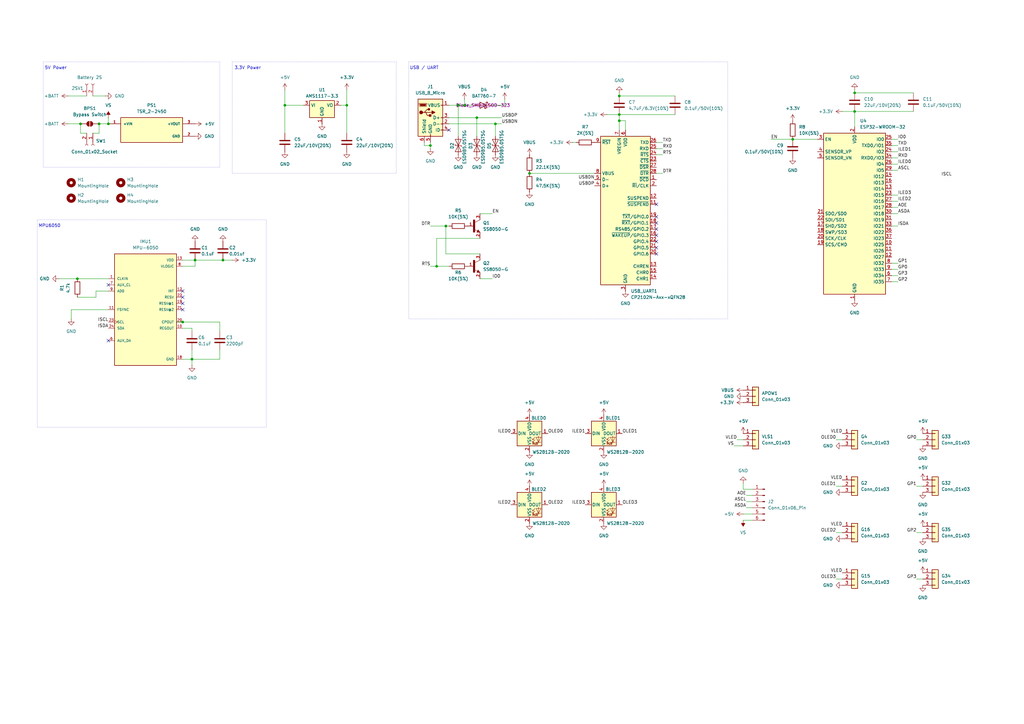
<source format=kicad_sch>
(kicad_sch (version 20231120) (generator "eeschema") (generator_version "8.0")
  (paper "A3")
  (junction (at 217.17 71.12))
  (junction (at 195.58 48.26))
  (junction (at 182.88 92.71))
  (junction (at 203.2 50.8))
  (junction (at 33.02 50.8))
  (junction (at 91.44 106.68))
  (junction (at 31.75 114.3))
  (junction (at 254 46.99))
  (junction (at 74.93 132.08))
  (junction (at 350.52 38.1))
  (junction (at 179.07 109.22))
  (junction (at 80.01 106.68))
  (junction (at 350.52 45.72))
  (junction (at 116.84 43.18))
  (junction (at 190.5 43.18))
  (junction (at 44.45 50.8))
  (junction (at 78.74 147.32))
  (junction (at 176.53 59.69))
  (junction (at 254 39.37))
  (junction (at 40.64 50.8))
  (junction (at 142.24 43.18))
  (junction (at 254 49.53))
  (junction (at 325.12 57.15))
  (junction (at 187.96 43.18))
  (no_connect (at 74.93 124.46))
  (no_connect (at 269.24 101.6))
  (no_connect (at 269.24 99.06))
  (no_connect (at 269.24 93.98))
  (no_connect (at 74.93 121.92))
  (no_connect (at 269.24 96.52))
  (no_connect (at 74.93 119.38))
  (no_connect (at 44.45 116.84))
  (no_connect (at 269.24 88.9))
  (no_connect (at 74.93 127))
  (no_connect (at 269.24 91.44))
  (no_connect (at 44.45 139.7))
  (no_connect (at 269.24 83.82))
  (no_connect (at 269.24 104.14))
  (no_connect (at 184.15 53.34))
  (wire (pts (xy 78.74 143.51) (xy 78.74 147.32)))
  (wire (pts (xy 306.07 208.28) (xy 308.61 208.28)))
  (wire (pts (xy 74.93 147.32) (xy 78.74 147.32)))
  (wire (pts (xy 24.13 114.3) (xy 31.75 114.3)))
  (wire (pts (xy 182.88 92.71) (xy 184.15 92.71)))
  (wire (pts (xy 116.84 54.61) (xy 116.84 43.18)))
  (wire (pts (xy 325.12 57.15) (xy 335.28 57.15)))
  (wire (pts (xy 365.76 85.09) (xy 368.3 85.09)))
  (wire (pts (xy 78.74 147.32) (xy 78.74 149.86)))
  (wire (pts (xy 74.93 134.62) (xy 78.74 134.62)))
  (wire (pts (xy 173.99 59.69) (xy 176.53 59.69)))
  (wire (pts (xy 365.76 92.71) (xy 368.3 92.71)))
  (wire (pts (xy 203.2 50.8) (xy 205.74 50.8)))
  (wire (pts (xy 74.93 132.08) (xy 90.17 132.08)))
  (wire (pts (xy 203.2 50.8) (xy 203.2 55.88)))
  (wire (pts (xy 350.52 38.1) (xy 374.65 38.1)))
  (wire (pts (xy 375.92 218.44) (xy 378.46 218.44)))
  (wire (pts (xy 269.24 60.96) (xy 271.78 60.96)))
  (wire (pts (xy 38.1 54.61) (xy 40.64 54.61)))
  (wire (pts (xy 365.76 80.01) (xy 368.3 80.01)))
  (wire (pts (xy 271.78 71.12) (xy 269.24 71.12)))
  (wire (pts (xy 74.93 109.22) (xy 80.01 109.22)))
  (wire (pts (xy 196.85 114.3) (xy 201.93 114.3)))
  (wire (pts (xy 33.02 50.8) (xy 33.02 54.61)))
  (wire (pts (xy 304.8 210.82) (xy 308.61 210.82)))
  (wire (pts (xy 190.5 40.64) (xy 190.5 43.18)))
  (wire (pts (xy 74.93 106.68) (xy 80.01 106.68)))
  (wire (pts (xy 342.9 218.44) (xy 345.44 218.44)))
  (wire (pts (xy 300.99 182.88) (xy 304.8 182.88)))
  (wire (pts (xy 368.3 57.15) (xy 365.76 57.15)))
  (wire (pts (xy 234.95 58.42) (xy 236.22 58.42)))
  (wire (pts (xy 39.37 121.92) (xy 31.75 121.92)))
  (wire (pts (xy 182.88 104.14) (xy 182.88 92.71)))
  (wire (pts (xy 254 38.1) (xy 254 39.37)))
  (wire (pts (xy 256.54 49.53) (xy 256.54 53.34)))
  (wire (pts (xy 90.17 143.51) (xy 90.17 147.32)))
  (wire (pts (xy 142.24 54.61) (xy 142.24 43.18)))
  (wire (pts (xy 365.76 62.23) (xy 368.3 62.23)))
  (wire (pts (xy 365.76 115.57) (xy 368.3 115.57)))
  (wire (pts (xy 179.07 109.22) (xy 184.15 109.22)))
  (wire (pts (xy 91.44 106.68) (xy 95.25 106.68)))
  (wire (pts (xy 342.9 199.39) (xy 345.44 199.39)))
  (wire (pts (xy 342.9 237.49) (xy 345.44 237.49)))
  (wire (pts (xy 316.23 57.15) (xy 325.12 57.15)))
  (wire (pts (xy 44.45 48.26) (xy 44.45 50.8)))
  (wire (pts (xy 44.45 127) (xy 29.21 127)))
  (wire (pts (xy 72.39 132.08) (xy 74.93 132.08)))
  (wire (pts (xy 40.64 50.8) (xy 44.45 50.8)))
  (wire (pts (xy 142.24 43.18) (xy 142.24 36.83)))
  (wire (pts (xy 116.84 43.18) (xy 124.46 43.18)))
  (wire (pts (xy 207.01 43.18) (xy 207.01 40.64)))
  (wire (pts (xy 342.9 180.34) (xy 345.44 180.34)))
  (wire (pts (xy 196.85 97.79) (xy 179.07 97.79)))
  (wire (pts (xy 33.02 54.61) (xy 35.56 54.61)))
  (wire (pts (xy 39.37 119.38) (xy 39.37 121.92)))
  (wire (pts (xy 254 39.37) (xy 276.86 39.37)))
  (wire (pts (xy 375.92 199.39) (xy 378.46 199.39)))
  (wire (pts (xy 116.84 36.83) (xy 116.84 43.18)))
  (wire (pts (xy 254 46.99) (xy 276.86 46.99)))
  (wire (pts (xy 365.76 69.85) (xy 368.3 69.85)))
  (wire (pts (xy 80.01 106.68) (xy 91.44 106.68)))
  (wire (pts (xy 184.15 50.8) (xy 203.2 50.8)))
  (wire (pts (xy 365.76 107.95) (xy 368.3 107.95)))
  (wire (pts (xy 39.37 119.38) (xy 44.45 119.38)))
  (wire (pts (xy 365.76 82.55) (xy 368.3 82.55)))
  (wire (pts (xy 176.53 92.71) (xy 182.88 92.71)))
  (wire (pts (xy 365.76 59.69) (xy 368.3 59.69)))
  (wire (pts (xy 254 49.53) (xy 256.54 49.53)))
  (wire (pts (xy 269.24 58.42) (xy 271.78 58.42)))
  (wire (pts (xy 304.8 198.12) (xy 304.8 200.66)))
  (wire (pts (xy 302.26 180.34) (xy 304.8 180.34)))
  (wire (pts (xy 350.52 45.72) (xy 374.65 45.72)))
  (wire (pts (xy 269.24 63.5) (xy 271.78 63.5)))
  (wire (pts (xy 365.76 64.77) (xy 368.3 64.77)))
  (wire (pts (xy 254 46.99) (xy 254 49.53)))
  (wire (pts (xy 350.52 36.83) (xy 350.52 38.1)))
  (wire (pts (xy 187.96 43.18) (xy 187.96 55.88)))
  (wire (pts (xy 195.58 48.26) (xy 205.74 48.26)))
  (wire (pts (xy 375.92 237.49) (xy 378.46 237.49)))
  (wire (pts (xy 365.76 67.31) (xy 368.3 67.31)))
  (wire (pts (xy 195.58 48.26) (xy 195.58 55.88)))
  (wire (pts (xy 184.15 43.18) (xy 187.96 43.18)))
  (wire (pts (xy 90.17 132.08) (xy 90.17 135.89)))
  (wire (pts (xy 179.07 97.79) (xy 179.07 109.22)))
  (wire (pts (xy 248.92 46.99) (xy 254 46.99)))
  (wire (pts (xy 201.93 43.18) (xy 207.01 43.18)))
  (wire (pts (xy 254 49.53) (xy 254 53.34)))
  (wire (pts (xy 80.01 106.68) (xy 80.01 109.22)))
  (wire (pts (xy 304.8 200.66) (xy 308.61 200.66)))
  (wire (pts (xy 176.53 59.69) (xy 176.53 60.96)))
  (wire (pts (xy 29.21 127) (xy 29.21 130.81)))
  (wire (pts (xy 40.64 54.61) (xy 40.64 50.8)))
  (wire (pts (xy 27.94 39.37) (xy 35.56 39.37)))
  (wire (pts (xy 365.76 110.49) (xy 368.3 110.49)))
  (wire (pts (xy 187.96 43.18) (xy 190.5 43.18)))
  (wire (pts (xy 31.75 114.3) (xy 44.45 114.3)))
  (wire (pts (xy 78.74 147.32) (xy 90.17 147.32)))
  (wire (pts (xy 306.07 205.74) (xy 308.61 205.74)))
  (wire (pts (xy 365.76 113.03) (xy 368.3 113.03)))
  (wire (pts (xy 345.44 45.72) (xy 350.52 45.72)))
  (wire (pts (xy 184.15 48.26) (xy 195.58 48.26)))
  (wire (pts (xy 179.07 109.22) (xy 176.53 109.22)))
  (wire (pts (xy 306.07 203.2) (xy 308.61 203.2)))
  (wire (pts (xy 176.53 58.42) (xy 176.53 59.69)))
  (wire (pts (xy 217.17 71.12) (xy 243.84 71.12)))
  (wire (pts (xy 196.85 87.63) (xy 201.93 87.63)))
  (wire (pts (xy 139.7 43.18) (xy 142.24 43.18)))
  (wire (pts (xy 350.52 45.72) (xy 350.52 52.07)))
  (wire (pts (xy 365.76 87.63) (xy 368.3 87.63)))
  (wire (pts (xy 190.5 43.18) (xy 194.31 43.18)))
  (wire (pts (xy 304.8 213.36) (xy 308.61 213.36)))
  (wire (pts (xy 78.74 134.62) (xy 78.74 135.89)))
  (wire (pts (xy 375.92 180.34) (xy 378.46 180.34)))
  (wire (pts (xy 196.85 104.14) (xy 182.88 104.14)))
  (wire (pts (xy 38.1 39.37) (xy 43.18 39.37)))
  (wire (pts (xy 27.94 50.8) (xy 33.02 50.8)))
  (wire (pts (xy 173.99 58.42) (xy 173.99 59.69)))
  (rectangle (start 167.64 25.4) (end 298.45 130.81) (stroke (width 0) (type dot)))
  (rectangle (start 17.78 25.4) (end 90.17 68.58) (stroke (width 0) (type dot)))
  (rectangle (start 95.25 25.4) (end 162.56 71.12) (stroke (width 0) (type dot)))
  (rectangle (start 15.24 90.17) (end 109.22 175.26) (stroke (width 0) (type dot)))
  (text "USB / UART\n" (at 173.99 27.94 0) (effects (font (size 1.27 1.27))))
  (text "5V Power\n" (at 22.86 27.94 0) (effects (font (size 1.27 1.27))))
  (text "MPU6050\n" (at 20.32 92.71 0) (effects (font (size 1.27 1.27))))
  (text "3.3V Power" (at 101.6 27.94 0) (effects (font (size 1.27 1.27))))
  (label "VLED" (at 345.44 177.8 180))
  (label "EN" (at 316.23 57.15 0))
  (label "USBDN" (at 243.84 73.66 180))
  (label "OLED0" (at 224.79 177.8 0))
  (label "GP3" (at 368.3 113.03 0))
  (label "IO0" (at 368.3 57.15 0))
  (label "GP0" (at 375.92 180.34 180))
  (label "GP2" (at 368.3 115.57 0))
  (label "GP0" (at 368.3 110.49 0))
  (label "ILED2" (at 209.55 207.01 180))
  (label "ISCL" (at 44.45 132.08 180))
  (label "OLED3" (at 342.9 237.49 180))
  (label "AOE" (at 368.3 85.09 0))
  (label "VLED" (at 345.44 234.95 180))
  (label "USBDP" (at 243.84 76.2 180))
  (label "RTS" (at 176.53 109.22 180))
  (label "OLED2" (at 224.79 207.01 0))
  (label "VLED" (at 302.26 180.34 180))
  (label "AOE" (at 306.07 203.2 180))
  (label "EN" (at 201.93 87.63 0))
  (label "ILED3" (at 368.3 80.01 0))
  (label "TXD" (at 368.3 59.69 0))
  (label "ILED1" (at 368.3 62.23 0))
  (label "GP3" (at 375.92 237.49 180))
  (label "ISDA" (at 368.3 92.71 0))
  (label "DTR" (at 271.78 71.12 0))
  (label "ASDA" (at 368.3 87.63 0))
  (label "USBDP" (at 205.74 48.26 0))
  (label "ILED3" (at 240.03 207.01 180))
  (label "RXD" (at 271.78 60.96 0))
  (label "ASCL" (at 306.07 205.74 180))
  (label "VS" (at 300.99 182.88 180))
  (label "RTS" (at 271.78 63.5 0))
  (label "USBDN" (at 205.74 50.8 0))
  (label "GP2" (at 375.92 218.44 180))
  (label "OLED0" (at 342.9 180.34 180))
  (label "ILED0" (at 209.55 177.8 180))
  (label "OLED1" (at 255.27 177.8 0))
  (label "ISCL" (at 386.08 72.39 0))
  (label "ILED1" (at 240.03 177.8 180))
  (label "ISDA" (at 44.45 134.62 180))
  (label "ASCL" (at 368.3 69.85 0))
  (label "GP1" (at 375.92 199.39 180))
  (label "VLED" (at 345.44 215.9 180))
  (label "IO0" (at 201.93 114.3 0))
  (label "TXD" (at 271.78 58.42 0))
  (label "GP1" (at 368.3 107.95 0))
  (label "ILED0" (at 368.3 67.31 0))
  (label "RXD" (at 368.3 64.77 0))
  (label "DTR" (at 176.53 92.71 180))
  (label "OLED1" (at 342.9 199.39 180))
  (label "OLED2" (at 342.9 218.44 180))
  (label "VLED" (at 345.44 196.85 180))
  (label "ILED2" (at 368.3 82.55 0))
  (label "OLED3" (at 255.27 207.01 0))
  (label "ASDA" (at 306.07 208.28 180))
  (symbol (lib_id "power:GND") (at 43.18 39.37 90) (unit 1)
    (property "Reference" "#PWR061" (effects (hide yes)))
    (property "Value" "GND" (at 46.99 39.3699 90) (effects (justify right)))
    (property "Description" "Power symbol creates a global label with name \"GND\" , ground" (effects (hide yes)))
  )
  (symbol (lib_id "power:GND") (at 176.53 60.96 0) (unit 1)
    (property "Reference" "#PWR018" (effects (hide yes)))
    (property "Value" "GND" (at 176.53 66.04 0))
    (property "Description" "Power symbol creates a global label with name \"GND\" , ground" (effects (hide yes)))
  )
  (symbol (lib_id "Connector:Conn_01x02_Socket") (at 35.56 34.29 90) (unit 1)
    (property "Reference" "2SV1" (at 34.29 36.1951 90) (effects (justify left)))
    (property "Value" "Battery 2S" (at 41.91 31.75 90) (effects (justify left)))
    (property "Footprint" "Connector_PinHeader_2.54mm:PinHeader_1x02_P2.54mm_Vertical" (effects (hide yes)))
    (property "Description" "Generic connector, single row, 01x02, script generated" (effects (hide yes)))
  )
  (symbol (lib_id "Connector_Generic:Conn_01x03") (at 350.52 180.34 0) (unit 1)
    (property "Reference" "G4" (at 353.06 179.0699 0) (effects (justify left)))
    (property "Value" "Conn_01x03" (at 353.06 181.6099 0) (effects (justify left)))
    (property "Footprint" "Plato_B1:Centred_Pin1x3_2.54mm" (effects (hide yes)))
    (property "Description" "Generic connector, single row, 01x03, script generated (kicad-library-utils/schlib/autogen/connector/)" (effects (hide yes)))
  )
  (symbol (lib_id "power:GND") (at 132.08 50.8 0) (unit 1)
    (property "Reference" "#PWR013" (effects (hide yes)))
    (property "Value" "GND" (at 132.08 55.88 0))
    (property "Description" "Power symbol creates a global label with name \"GND\" , ground" (effects (hide yes)))
  )
  (symbol (lib_id "power:GND") (at 217.17 78.74 0) (unit 1)
    (property "Reference" "#PWR022" (effects (hide yes)))
    (property "Value" "GND" (at 217.17 83.82 0))
    (property "Description" "Power symbol creates a global label with name \"GND\" , ground" (effects (hide yes)))
  )
  (symbol (lib_id "power:+3.3V") (at 248.92 46.99 90) (unit 1)
    (property "Reference" "#PWR025" (effects (hide yes)))
    (property "Value" "+3.3V" (at 245.11 46.9899 90) (effects (justify left)))
    (property "Description" "Power symbol creates a global label with name \"+3.3V\"" (effects (hide yes)))
  )
  (symbol (lib_id "Device:C") (at 374.65 41.91 0) (unit 1)
    (property "Reference" "C11" (at 378.46 40.6399 0) (effects (justify left)))
    (property "Value" "0.1uF/50V(10%)" (at 378.46 43.1799 0) (effects (justify left)))
    (property "Footprint" "Capacitor_SMD:C_0603_1608Metric" (effects (hide yes)))
    (property "Description" "Unpolarized capacitor" (effects (hide yes)))
  )
  (symbol (lib_id "Diode:ESD9B5.0ST5G") (at 187.96 59.69 90) (unit 1)
    (property "Reference" "D2" (at 185.42 58.42 0) (effects (justify right)))
    (property "Value" "ESD9B5.0ST5G" (at 190.5 53.34 0) (effects (justify right)))
    (property "Footprint" "Diode_SMD:D_SOD-323" (effects (hide yes)))
    (property "Datasheet" "https://www.onsemi.com/pub/Collateral/ESD9B-D.PDF" (effects (hide yes)))
    (property "Description" "ESD protection diode, 5.0Vrwm, SOD-923" (effects (hide yes)))
  )
  (symbol (lib_id "Jumper:SolderJumper_2_Open") (at 36.83 50.8 0) (unit 1) (exclude_from_sim yes) (in_bom no)
    (property "Reference" "BPS1" (at 36.83 44.45 0))
    (property "Value" "Bypass Switch" (at 36.83 46.99 0))
    (property "Footprint" "Jumper:SolderJumper-2_P1.3mm_Open_TrianglePad1.0x1.5mm" (effects (hide yes)))
    (property "Description" "Solder Jumper, 2-pole, open" (effects (hide yes)))
  )
  (symbol (lib_id "Device:D_Schottky") (at 198.12 43.18 0) (mirror y) (unit 1)
    (property "Reference" "D4" (at 198.4375 36.83 0))
    (property "Value" "BAT760-7" (at 198.4375 39.37 0))
    (property "Footprint" "Diode_SMD:D_SOD-323" (at 198.12 43.18 0))
    (property "Description" "Schottky diode" (effects (hide yes)))
  )
  (symbol (lib_id "Connector_Generic:Conn_01x03") (at 383.54 218.44 0) (unit 1)
    (property "Reference" "G35" (at 386.08 217.1699 0) (effects (justify left)))
    (property "Value" "Conn_01x03" (at 386.08 219.7099 0) (effects (justify left)))
    (property "Footprint" "Plato_B1:Centred_Pin1x3_2.54mm" (effects (hide yes)))
    (property "Description" "Generic connector, single row, 01x03, script generated (kicad-library-utils/schlib/autogen/connector/)" (effects (hide yes)))
  )
  (symbol (lib_id "Device:C") (at 78.74 139.7 0) (unit 1)
    (property "Reference" "C6" (at 81.28 138.43 0) (effects (justify left)))
    (property "Value" "0.1uF" (at 81.28 140.97 0) (effects (justify left)))
    (property "Footprint" "Capacitor_SMD:C_0603_1608Metric" (effects (hide yes)))
    (property "Description" "Unpolarized capacitor" (effects (hide yes)))
  )
  (symbol (lib_id "power:GND") (at 254 38.1 180) (unit 1)
    (property "Reference" "#PWR026" (effects (hide yes)))
    (property "Value" "GND" (at 254 33.02 0))
    (property "Description" "Power symbol creates a global label with name \"GND\" , ground" (effects (hide yes)))
  )
  (symbol (lib_id "power:+3.3V") (at 325.12 49.53 0) (unit 1)
    (property "Reference" "#PWR029" (effects (hide yes)))
    (property "Value" "+3.3V" (at 325.12 44.45 0))
    (property "Description" "Power symbol creates a global label with name \"+3.3V\"" (effects (hide yes)))
  )
  (symbol (lib_id "power:VBUS") (at 217.17 63.5 0) (unit 1)
    (property "Reference" "#PWR023" (effects (hide yes)))
    (property "Value" "VBUS" (at 217.17 58.42 0))
    (property "Description" "Power symbol creates a global label with name \"VBUS\"" (effects (hide yes)))
  )
  (symbol (lib_id "LED:WS2812B-2020") (at 217.17 207.01 0) (unit 1)
    (property "Reference" "BLED2" (at 220.98 200.66 0))
    (property "Value" "WS2812B-2020" (at 226.06 214.63 0))
    (property "Footprint" "LED_SMD:LED_WS2812B-2020_PLCC4_2.0x2.0mm" (effects (hide yes)))
    (property "Datasheet" "https://cdn-shop.adafruit.com/product-files/4684/4684_WS2812B-2020_V1.3_EN.pdf" (effects (hide yes)))
    (property "Description" "RGB LED with integrated controller, 2.0 x 2.0 mm, 12 mA" (effects (hide yes)))
  )
  (symbol (lib_id "Device:R") (at 325.12 53.34 0) (unit 1)
    (property "Reference" "R8" (at 327.66 52.0699 0) (effects (justify left)))
    (property "Value" "10K(5%)" (at 327.66 54.6099 0) (effects (justify left)))
    (property "Footprint" "Resistor_SMD:R_0603_1608Metric" (effects (hide yes)))
    (property "Description" "Resistor" (effects (hide yes)))
  )
  (symbol (lib_id "power:+5V") (at 378.46 215.9 0) (unit 1)
    (property "Reference" "#PWR053" (effects (hide yes)))
    (property "Value" "+5V" (at 378.46 210.82 0))
    (property "Description" "Power symbol creates a global label with name \"+5V\"" (effects (hide yes)))
  )
  (symbol (lib_id "Device:R") (at 187.96 92.71 90) (unit 1)
    (property "Reference" "R5" (at 187.96 86.36 90))
    (property "Value" "10K(5%)" (at 187.96 88.9 90))
    (property "Footprint" "Resistor_SMD:R_0603_1608Metric" (effects (hide yes)))
    (property "Description" "Resistor" (effects (hide yes)))
  )
  (symbol (lib_id "Mechanical:MountingHole") (at 29.21 81.28 0) (unit 1) (exclude_from_sim yes) (in_bom no)
    (property "Reference" "H2" (at 31.75 80.0099 0) (effects (justify left)))
    (property "Value" "MountingHole" (at 31.75 82.5499 0) (effects (justify left)))
    (property "Footprint" "MountingHole:MountingHole_2.2mm_M2" (effects (hide yes)))
    (property "Description" "Mounting Hole without connection" (effects (hide yes)))
  )
  (symbol (lib_id "Mechanical:MountingHole") (at 49.53 74.93 0) (unit 1) (exclude_from_sim yes) (in_bom no)
    (property "Reference" "H3" (at 52.07 73.6599 0) (effects (justify left)))
    (property "Value" "MountingHole" (at 52.07 76.1999 0) (effects (justify left)))
    (property "Footprint" "MountingHole:MountingHole_2.2mm_M2" (effects (hide yes)))
    (property "Description" "Mounting Hole without connection" (effects (hide yes)))
  )
  (symbol (lib_id "Device:C") (at 116.84 58.42 0) (unit 1)
    (property "Reference" "C5" (at 120.65 57.1499 0) (effects (justify left)))
    (property "Value" "22uF/10V(20%)" (at 120.65 59.6899 0) (effects (justify left)))
    (property "Footprint" "Capacitor_SMD:C_1206_3216Metric" (effects (hide yes)))
    (property "Description" "Unpolarized capacitor" (effects (hide yes)))
  )
  (symbol (lib_id "power:GND") (at 350.52 36.83 180) (unit 1)
    (property "Reference" "#PWR031" (effects (hide yes)))
    (property "Value" "GND" (at 350.52 31.75 0))
    (property "Description" "Power symbol creates a global label with name \"GND\" , ground" (effects (hide yes)))
  )
  (symbol (lib_id "power:+5V") (at 378.46 196.85 0) (unit 1)
    (property "Reference" "#PWR051" (effects (hide yes)))
    (property "Value" "+5V" (at 378.46 191.77 0))
    (property "Description" "Power symbol creates a global label with name \"+5V\"" (effects (hide yes)))
  )
  (symbol (lib_id "power:VBUS") (at 304.8 160.02 90) (unit 1)
    (property "Reference" "#PWR015" (effects (hide yes)))
    (property "Value" "VBUS" (at 300.99 160.0199 90) (effects (justify left)))
    (property "Description" "Power symbol creates a global label with name \"VBUS\"" (effects (hide yes)))
  )
  (symbol (lib_id "Device:R") (at 240.03 58.42 90) (unit 1)
    (property "Reference" "R7" (at 240.03 52.07 90))
    (property "Value" "2K(5%)" (at 240.03 54.61 90))
    (property "Footprint" "Resistor_SMD:R_0603_1608Metric" (effects (hide yes)))
    (property "Description" "Resistor" (effects (hide yes)))
  )
  (symbol (lib_id "power:+3.3V") (at 304.8 165.1 90) (unit 1)
    (property "Reference" "#PWR043" (effects (hide yes)))
    (property "Value" "+3.3V" (at 300.99 165.0999 90) (effects (justify left)))
    (property "Description" "Power symbol creates a global label with name \"+3.3V\"" (effects (hide yes)))
  )
  (symbol (lib_id "power:+5V") (at 217.17 199.39 0) (unit 1)
    (property "Reference" "#PWR039" (effects (hide yes)))
    (property "Value" "+5V" (at 217.17 194.31 0))
    (property "Description" "Power symbol creates a global label with name \"+5V\"" (effects (hide yes)))
  )
  (symbol (lib_id "power:GND") (at 345.44 201.93 270) (unit 1)
    (property "Reference" "#PWR044" (effects (hide yes)))
    (property "Value" "GND" (at 341.63 201.9299 90) (effects (justify right)))
    (property "Description" "Power symbol creates a global label with name \"GND\" , ground" (effects (hide yes)))
  )
  (symbol (lib_id "power:+3.3V") (at 234.95 58.42 90) (unit 1)
    (property "Reference" "#PWR024" (effects (hide yes)))
    (property "Value" "+3.3V" (at 231.14 58.4199 90) (effects (justify left)))
    (property "Description" "Power symbol creates a global label with name \"+3.3V\"" (effects (hide yes)))
  )
  (symbol (lib_id "Device:R") (at 217.17 67.31 0) (unit 1)
    (property "Reference" "R3" (at 219.71 66.0399 0) (effects (justify left)))
    (property "Value" "22.1K(5%)" (at 219.71 68.5799 0) (effects (justify left)))
    (property "Footprint" "Resistor_SMD:R_0603_1608Metric" (effects (hide yes)))
    (property "Description" "Resistor" (effects (hide yes)))
  )
  (symbol (lib_id "power:GND") (at 247.65 214.63 0) (unit 1)
    (property "Reference" "#PWR042" (effects (hide yes)))
    (property "Value" "GND" (at 247.65 219.71 0))
    (property "Description" "Power symbol creates a global label with name \"GND\" , ground" (effects (hide yes)))
  )
  (symbol (lib_id "power:+BATT") (at 27.94 50.8 90) (unit 1)
    (property "Reference" "#PWR01" (effects (hide yes)))
    (property "Value" "+BATT" (at 24.13 50.7999 90) (effects (justify left)))
    (property "Description" "Power symbol creates a global label with name \"+BATT\"" (effects (hide yes)))
  )
  (symbol (lib_id "power:GND") (at 195.58 63.5 0) (unit 1)
    (property "Reference" "#PWR020" (effects (hide yes)))
    (property "Value" "GND" (at 195.58 68.58 0))
    (property "Description" "Power symbol creates a global label with name \"GND\" , ground" (effects (hide yes)))
  )
  (symbol (lib_id "power:GND") (at 24.13 114.3 270) (unit 1)
    (property "Reference" "#PWR09" (effects (hide yes)))
    (property "Value" "GND" (at 20.32 114.2999 90) (effects (justify right)))
    (property "Description" "Power symbol creates a global label with name \"GND\" , ground" (effects (hide yes)))
  )
  (symbol (lib_id "Device:C") (at 90.17 139.7 0) (unit 1)
    (property "Reference" "C3" (at 92.71 138.43 0) (effects (justify left)))
    (property "Value" "2200pF" (at 92.71 140.97 0) (effects (justify left)))
    (property "Footprint" "LED_SMD:LED_1210_3225Metric" (effects (hide yes)))
    (property "Description" "Unpolarized capacitor" (effects (hide yes)))
  )
  (symbol (lib_id "Connector_Generic:Conn_01x03") (at 383.54 199.39 0) (unit 1)
    (property "Reference" "G32" (at 386.08 198.1199 0) (effects (justify left)))
    (property "Value" "Conn_01x03" (at 386.08 200.6599 0) (effects (justify left)))
    (property "Footprint" "Plato_B1:Centred_Pin1x3_2.54mm" (effects (hide yes)))
    (property "Description" "Generic connector, single row, 01x03, script generated (kicad-library-utils/schlib/autogen/connector/)" (effects (hide yes)))
  )
  (symbol (lib_id "power:+3.3V") (at 95.25 106.68 270) (unit 1)
    (property "Reference" "#PWR04" (effects (hide yes)))
    (property "Value" "+3.3V" (at 99.06 106.6799 90) (effects (justify left)))
    (property "Description" "Power symbol creates a global label with name \"+3.3V\"" (effects (hide yes)))
  )
  (symbol (lib_id "power:VS") (at 304.8 213.36 180) (unit 1)
    (property "Reference" "#PWR063" (effects (hide yes)))
    (property "Value" "VS" (at 304.8 218.44 0))
    (property "Description" "Power symbol creates a global label with name \"VS\"" (effects (hide yes)))
  )
  (symbol (lib_id "Device:C") (at 254 43.18 0) (unit 1)
    (property "Reference" "C7" (at 257.81 41.9099 0) (effects (justify left)))
    (property "Value" "4.7uF/6.3V(10%)" (at 257.81 44.4499 0) (effects (justify left)))
    (property "Footprint" "Capacitor_SMD:C_1206_3216Metric" (effects (hide yes)))
    (property "Description" "Unpolarized capacitor" (effects (hide yes)))
  )
  (symbol (lib_id "Connector_Generic:Conn_01x03") (at 383.54 237.49 0) (unit 1)
    (property "Reference" "G34" (at 386.08 236.2199 0) (effects (justify left)))
    (property "Value" "Conn_01x03" (at 386.08 238.7599 0) (effects (justify left)))
    (property "Footprint" "Plato_B1:Centred_Pin1x3_2.54mm" (effects (hide yes)))
    (property "Description" "Generic connector, single row, 01x03, script generated (kicad-library-utils/schlib/autogen/connector/)" (effects (hide yes)))
  )
  (symbol (lib_id "Connector_Generic:Conn_01x03") (at 383.54 180.34 0) (unit 1)
    (property "Reference" "G33" (at 386.08 179.0699 0) (effects (justify left)))
    (property "Value" "Conn_01x03" (at 386.08 181.6099 0) (effects (justify left)))
    (property "Footprint" "Plato_B1:Centred_Pin1x3_2.54mm" (effects (hide yes)))
    (property "Description" "Generic connector, single row, 01x03, script generated (kicad-library-utils/schlib/autogen/connector/)" (effects (hide yes)))
  )
  (symbol (lib_id "power:GND") (at 350.52 123.19 0) (unit 1)
    (property "Reference" "#PWR032" (effects (hide yes)))
    (property "Value" "GND" (at 350.52 128.27 0))
    (property "Description" "Power symbol creates a global label with name \"GND\" , ground" (effects (hide yes)))
  )
  (symbol (lib_id "Device:R") (at 31.75 118.11 180) (unit 1)
    (property "Reference" "R1" (at 25.4 118.11 90))
    (property "Value" "4.7k" (at 27.94 118.11 90))
    (property "Footprint" "Resistor_SMD:R_0603_1608Metric" (effects (hide yes)))
    (property "Description" "Resistor" (effects (hide yes)))
  )
  (symbol (lib_id "power:+5V") (at 378.46 177.8 0) (unit 1)
    (property "Reference" "#PWR049" (effects (hide yes)))
    (property "Value" "+5V" (at 378.46 172.72 0))
    (property "Description" "Power symbol creates a global label with name \"+5V\"" (effects (hide yes)))
  )
  (symbol (lib_id "Device:C") (at 80.01 102.87 0) (unit 1)
    (property "Reference" "C1" (at 82.55 101.6 0) (effects (justify left)))
    (property "Value" "0.1uF" (at 82.55 104.14 0) (effects (justify left)))
    (property "Footprint" "Capacitor_SMD:C_0603_1608Metric" (effects (hide yes)))
    (property "Description" "Unpolarized capacitor" (effects (hide yes)))
  )
  (symbol (lib_id "Regulator_Linear:AMS1117-3.3") (at 132.08 43.18 0) (unit 1)
    (property "Reference" "U1" (at 132.08 36.83 0))
    (property "Value" "AMS1117-3.3" (at 132.08 39.37 0))
    (property "Footprint" "Package_TO_SOT_SMD:SOT-223-3_TabPin2" (effects (hide yes)))
    (property "Datasheet" "http://www.advanced-monolithic.com/pdf/ds1117.pdf" (effects (hide yes)))
    (property "Description" "1A Low Dropout regulator, positive, 3.3V fixed output, SOT-223" (effects (hide yes)))
  )
  (symbol (lib_id "Device:C") (at 276.86 43.18 0) (unit 1)
    (property "Reference" "C8" (at 280.67 41.9099 0) (effects (justify left)))
    (property "Value" "0.1uF/50V(10%)" (at 280.67 44.4499 0) (effects (justify left)))
    (property "Footprint" "Capacitor_SMD:C_0603_1608Metric" (effects (hide yes)))
    (property "Description" "Unpolarized capacitor" (effects (hide yes)))
  )
  (symbol (lib_id "power:+5V") (at 247.65 199.39 0) (unit 1)
    (property "Reference" "#PWR041" (effects (hide yes)))
    (property "Value" "+5V" (at 247.65 194.31 0))
    (property "Description" "Power symbol creates a global label with name \"+5V\"" (effects (hide yes)))
  )
  (symbol (lib_id "power:GND") (at 187.96 63.5 0) (unit 1)
    (property "Reference" "#PWR019" (effects (hide yes)))
    (property "Value" "GND" (at 187.96 68.58 0))
    (property "Description" "Power symbol creates a global label with name \"GND\" , ground" (effects (hide yes)))
  )
  (symbol (lib_id "LED:WS2812B-2020") (at 247.65 207.01 0) (unit 1)
    (property "Reference" "BLED3" (at 251.46 200.66 0))
    (property "Value" "WS2812B-2020" (at 256.54 214.63 0))
    (property "Footprint" "LED_SMD:LED_WS2812B-2020_PLCC4_2.0x2.0mm" (effects (hide yes)))
    (property "Datasheet" "https://cdn-shop.adafruit.com/product-files/4684/4684_WS2812B-2020_V1.3_EN.pdf" (effects (hide yes)))
    (property "Description" "RGB LED with integrated controller, 2.0 x 2.0 mm, 12 mA" (effects (hide yes)))
  )
  (symbol (lib_id "power:GND") (at 217.17 214.63 0) (unit 1)
    (property "Reference" "#PWR040" (effects (hide yes)))
    (property "Value" "GND" (at 217.17 219.71 0))
    (property "Description" "Power symbol creates a global label with name \"GND\" , ground" (effects (hide yes)))
  )
  (symbol (lib_id "Connector_Generic:Conn_01x03") (at 350.52 237.49 0) (unit 1)
    (property "Reference" "G15" (at 353.06 236.2199 0) (effects (justify left)))
    (property "Value" "Conn_01x03" (at 353.06 238.7599 0) (effects (justify left)))
    (property "Footprint" "Plato_B1:Centred_Pin1x3_2.54mm" (effects (hide yes)))
    (property "Description" "Generic connector, single row, 01x03, script generated (kicad-library-utils/schlib/autogen/connector/)" (effects (hide yes)))
  )
  (symbol (lib_id "power:GND") (at 325.12 64.77 0) (unit 1)
    (property "Reference" "#PWR028" (effects (hide yes)))
    (property "Value" "GND" (at 325.12 69.85 0))
    (property "Description" "Power symbol creates a global label with name \"GND\" , ground" (effects (hide yes)))
  )
  (symbol (lib_id "power:+3.3V") (at 345.44 45.72 90) (unit 1)
    (property "Reference" "#PWR030" (effects (hide yes)))
    (property "Value" "+3.3V" (at 341.63 45.7199 90) (effects (justify left)))
    (property "Description" "Power symbol creates a global label with name \"+3.3V\"" (effects (hide yes)))
  )
  (symbol (lib_id "power:+5V") (at 217.17 170.18 0) (unit 1)
    (property "Reference" "#PWR035" (effects (hide yes)))
    (property "Value" "+5V" (at 217.17 165.1 0))
    (property "Description" "Power symbol creates a global label with name \"+5V\"" (effects (hide yes)))
  )
  (symbol (lib_id "power:GND") (at 203.2 63.5 0) (unit 1)
    (property "Reference" "#PWR021" (effects (hide yes)))
    (property "Value" "GND" (at 203.2 68.58 0))
    (property "Description" "Power symbol creates a global label with name \"GND\" , ground" (effects (hide yes)))
  )
  (symbol (lib_id "power:GND") (at 80.01 55.88 90) (unit 1)
    (property "Reference" "#PWR03" (effects (hide yes)))
    (property "Value" "GND" (at 83.82 55.8799 90) (effects (justify right)))
    (property "Description" "Power symbol creates a global label with name \"GND\" , ground" (effects (hide yes)))
  )
  (symbol (lib_id "power:GND") (at 378.46 182.88 0) (unit 1)
    (property "Reference" "#PWR050" (effects (hide yes)))
    (property "Value" "GND" (at 378.46 187.96 0))
    (property "Description" "Power symbol creates a global label with name \"GND\" , ground" (effects (hide yes)))
  )
  (symbol (lib_id "Mechanical:MountingHole") (at 29.21 74.93 0) (unit 1) (exclude_from_sim yes) (in_bom no)
    (property "Reference" "H1" (at 31.75 73.6599 0) (effects (justify left)))
    (property "Value" "MountingHole" (at 31.75 76.1999 0) (effects (justify left)))
    (property "Footprint" "MountingHole:MountingHole_2.2mm_M2" (effects (hide yes)))
    (property "Description" "Mounting Hole without connection" (effects (hide yes)))
  )
  (symbol (lib_id "SS8050-G:SS8050-G") (at 194.31 92.71 0) (unit 1)
    (property "Reference" "Q1" (at 198.12 91.4399 0) (effects (justify left)))
    (property "Value" "SS8050-G" (at 198.12 93.9799 0) (effects (justify left)))
    (property "Footprint" "Package_TO_SOT_SMD:SOT-23" (effects (hide yes)))
    (property "MF" "Comchip Technology" (effects (hide yes)))
    (property "MAXIMUM_PACKAGE_HEIGHT" "1.05 mm" (effects (hide yes)))
    (property "Package" "TO-236 Comchip" (effects (hide yes)))
    (property "Price" "None" (effects (hide yes)))
    (property "Check_prices" "https://www.snapeda.com/parts/SS8050-G/Comchip+Technology/view-part/?ref=eda" (effects (hide yes)))
    (property "STANDARD" "Manufacturer Recommendations" (effects (hide yes)))
    (property "PARTREV" "A" (effects (hide yes)))
    (property "SnapEDA_Link" "https://www.snapeda.com/parts/SS8050-G/Comchip+Technology/view-part/?ref=snap" (effects (hide yes)))
    (property "MP" "SS8050-G" (effects (hide yes)))
    (property "Purchase-URL" "https://www.snapeda.com/api/url_track_click_mouser/?unipart_id=809142&manufacturer=Comchip Technology&part_name=SS8050-G&search_term=None" (effects (hide yes)))
    (property "Description_1" "\nBipolar (BJT) Transistor NPN 25 V 1.5 A 100MHz 300 mW Surface Mount SOT-23-3\n" (effects (hide yes)))
    (property "Availability" "In Stock" (effects (hide yes)))
    (property "MANUFACTURER" "Comchip" (effects (hide yes)))
  )
  (symbol (lib_id "power:+5V") (at 247.65 170.18 0) (unit 1)
    (property "Reference" "#PWR037" (effects (hide yes)))
    (property "Value" "+5V" (at 247.65 165.1 0))
    (property "Description" "Power symbol creates a global label with name \"+5V\"" (effects (hide yes)))
  )
  (symbol (lib_id "power:GND") (at 29.21 130.81 0) (unit 1)
    (property "Reference" "#PWR08" (effects (hide yes)))
    (property "Value" "GND" (at 29.21 135.89 0))
    (property "Description" "Power symbol creates a global label with name \"GND\" , ground" (effects (hide yes)))
  )
  (symbol (lib_id "Diode:ESD9B5.0ST5G") (at 195.58 59.69 90) (unit 1)
    (property "Reference" "D3" (at 193.04 58.42 0) (effects (justify right)))
    (property "Value" "ESD9B5.0ST5G" (at 198.12 53.34 0) (effects (justify right)))
    (property "Footprint" "Diode_SMD:D_SOD-323" (effects (hide yes)))
    (property "Datasheet" "https://www.onsemi.com/pub/Collateral/ESD9B-D.PDF" (effects (hide yes)))
    (property "Description" "ESD protection diode, 5.0Vrwm, SOD-923" (effects (hide yes)))
  )
  (symbol (lib_id "power:GND") (at 345.44 182.88 270) (unit 1)
    (property "Reference" "#PWR034" (effects (hide yes)))
    (property "Value" "GND" (at 341.63 182.8799 90) (effects (justify right)))
    (property "Description" "Power symbol creates a global label with name \"GND\" , ground" (effects (hide yes)))
  )
  (symbol (lib_id "power:GND") (at 91.44 99.06 180) (unit 1)
    (property "Reference" "#PWR06" (effects (hide yes)))
    (property "Value" "GND" (at 91.44 93.98 0))
    (property "Description" "Power symbol creates a global label with name \"GND\" , ground" (effects (hide yes)))
  )
  (symbol (lib_id "Connector_Generic:Conn_01x03") (at 309.88 162.56 0) (unit 1)
    (property "Reference" "APOW1" (at 312.42 161.2899 0) (effects (justify left)))
    (property "Value" "Conn_01x03" (at 312.42 163.8299 0) (effects (justify left)))
    (property "Footprint" "Connector_PinHeader_2.54mm:PinHeader_1x03_P2.54mm_Vertical" (effects (hide yes)))
    (property "Description" "Generic connector, single row, 01x03, script generated (kicad-library-utils/schlib/autogen/connector/)" (effects (hide yes)))
  )
  (symbol (lib_id "Connector:Conn_01x06_Pin") (at 313.69 205.74 0) (mirror y) (unit 1)
    (property "Reference" "J2" (at 314.96 205.7399 0) (effects (justify right)))
    (property "Value" "Conn_01x06_Pin" (at 314.96 208.2799 0) (effects (justify right)))
    (property "Footprint" "Connector_PinHeader_2.54mm:PinHeader_1x06_P2.54mm_Vertical" (effects (hide yes)))
    (property "Description" "Generic connector, single row, 01x06, script generated" (effects (hide yes)))
  )
  (symbol (lib_id "Diode:ESD9B5.0ST5G") (at 203.2 59.69 90) (unit 1)
    (property "Reference" "D5" (at 200.66 58.42 0) (effects (justify right)))
    (property "Value" "ESD9B5.0ST5G" (at 205.74 53.34 0) (effects (justify right)))
    (property "Footprint" "Diode_SMD:D_SOD-323" (effects (hide yes)))
    (property "Datasheet" "https://www.onsemi.com/pub/Collateral/ESD9B-D.PDF" (effects (hide yes)))
    (property "Description" "ESD protection diode, 5.0Vrwm, SOD-923" (effects (hide yes)))
  )
  (symbol (lib_id "power:VBUS") (at 190.5 40.64 0) (unit 1)
    (property "Reference" "#PWR016" (effects (hide yes)))
    (property "Value" "VBUS" (at 190.5 35.56 0))
    (property "Description" "Power symbol creates a global label with name \"VBUS\"" (effects (hide yes)))
  )
  (symbol (lib_id "power:GND") (at 304.8 162.56 270) (unit 1)
    (property "Reference" "#PWR033" (effects (hide yes)))
    (property "Value" "GND" (at 300.99 162.5599 90) (effects (justify right)))
    (property "Description" "Power symbol creates a global label with name \"GND\" , ground" (effects (hide yes)))
  )
  (symbol (lib_id "power:GND") (at 378.46 201.93 0) (unit 1)
    (property "Reference" "#PWR052" (effects (hide yes)))
    (property "Value" "GND" (at 378.46 207.01 0))
    (property "Description" "Power symbol creates a global label with name \"GND\" , ground" (effects (hide yes)))
  )
  (symbol (lib_id "Device:C") (at 350.52 41.91 0) (unit 1)
    (property "Reference" "C10" (at 354.33 40.6399 0) (effects (justify left)))
    (property "Value" "22uF/10V(20%)" (at 354.33 43.1799 0) (effects (justify left)))
    (property "Footprint" "Capacitor_SMD:C_1206_3216Metric" (effects (hide yes)))
    (property "Description" "Unpolarized capacitor" (effects (hide yes)))
  )
  (symbol (lib_id "power:+5V") (at 80.01 50.8 270) (unit 1)
    (property "Reference" "#PWR02" (effects (hide yes)))
    (property "Value" "+5V" (at 83.82 50.7999 90) (effects (justify left)))
    (property "Description" "Power symbol creates a global label with name \"+5V\"" (effects (hide yes)))
  )
  (symbol (lib_id "power:+3.3V") (at 142.24 36.83 0) (unit 1)
    (property "Reference" "#PWR011" (effects (hide yes)))
    (property "Value" "+3.3V" (at 142.24 31.75 0))
    (property "Description" "Power symbol creates a global label with name \"+3.3V\"" (effects (hide yes)))
  )
  (symbol (lib_id "power:GND") (at 80.01 99.06 180) (unit 1)
    (property "Reference" "#PWR05" (effects (hide yes)))
    (property "Value" "GND" (at 80.01 93.98 0))
    (property "Description" "Power symbol creates a global label with name \"GND\" , ground" (effects (hide yes)))
  )
  (symbol (lib_id "power:GND") (at 378.46 220.98 0) (unit 1)
    (property "Reference" "#PWR054" (effects (hide yes)))
    (property "Value" "GND" (at 378.46 226.06 0))
    (property "Description" "Power symbol creates a global label with name \"GND\" , ground" (effects (hide yes)))
  )
  (symbol (lib_id "Interface_USB:CP2102N-Axx-xQFN28") (at 256.54 86.36 0) (unit 1)
    (property "Reference" "USB_UART1" (at 258.7341 119.38 0) (effects (justify left)))
    (property "Value" "CP2102N-Axx-xQFN28" (at 258.7341 121.92 0) (effects (justify left)))
    (property "Footprint" "Package_DFN_QFN:QFN-28-1EP_5x5mm_P0.5mm_EP3.35x3.35mm" (effects (hide yes)))
    (property "Datasheet" "https://www.silabs.com/documents/public/data-sheets/cp2102n-datasheet.pdf" (effects (hide yes)))
    (property "Description" "USB to UART master bridge, QFN-28" (effects (hide yes)))
  )
  (symbol (lib_id "power:+5V") (at 207.01 40.64 0) (unit 1)
    (property "Reference" "#PWR017" (effects (hide yes)))
    (property "Value" "+5V" (at 207.01 35.56 0))
    (property "Description" "Power symbol creates a global label with name \"+5V\"" (effects (hide yes)))
  )
  (symbol (lib_id "LED:WS2812B-2020") (at 247.65 177.8 0) (unit 1)
    (property "Reference" "BLED1" (at 251.46 171.45 0))
    (property "Value" "WS2812B-2020" (at 256.54 185.42 0))
    (property "Footprint" "LED_SMD:LED_WS2812B-2020_PLCC4_2.0x2.0mm" (effects (hide yes)))
    (property "Datasheet" "https://cdn-shop.adafruit.com/product-files/4684/4684_WS2812B-2020_V1.3_EN.pdf" (effects (hide yes)))
    (property "Description" "RGB LED with integrated controller, 2.0 x 2.0 mm, 12 mA" (effects (hide yes)))
  )
  (symbol (lib_id "power:GND") (at 304.8 198.12 180) (unit 1)
    (property "Reference" "#PWR057" (effects (hide yes)))
    (property "Value" "GND" (at 304.8 193.04 0))
    (property "Description" "Power symbol creates a global label with name \"GND\" , ground" (effects (hide yes)))
  )
  (symbol (lib_id "power:VS") (at 44.45 48.26 0) (unit 1)
    (property "Reference" "#PWR062" (effects (hide yes)))
    (property "Value" "VS" (at 44.45 43.18 0))
    (property "Description" "Power symbol creates a global label with name \"VS\"" (effects (hide yes)))
  )
  (symbol (lib_id "Device:R") (at 187.96 109.22 90) (unit 1)
    (property "Reference" "R6" (at 187.96 111.76 90))
    (property "Value" "10K(5%)" (at 187.96 114.3 90))
    (property "Footprint" "Resistor_SMD:R_0603_1608Metric" (effects (hide yes)))
    (property "Description" "Resistor" (effects (hide yes)))
  )
  (symbol (lib_id "LED:WS2812B-2020") (at 217.17 177.8 0) (unit 1)
    (property "Reference" "BLED0" (at 220.98 171.45 0))
    (property "Value" "WS2812B-2020" (at 226.06 185.42 0))
    (property "Footprint" "LED_SMD:LED_WS2812B-2020_PLCC4_2.0x2.0mm" (effects (hide yes)))
    (property "Datasheet" "https://cdn-shop.adafruit.com/product-files/4684/4684_WS2812B-2020_V1.3_EN.pdf" (effects (hide yes)))
    (property "Description" "RGB LED with integrated controller, 2.0 x 2.0 mm, 12 mA" (effects (hide yes)))
  )
  (symbol (lib_id "Device:C") (at 142.24 58.42 0) (unit 1)
    (property "Reference" "C4" (at 146.05 57.1499 0) (effects (justify left)))
    (property "Value" "22uF/10V(20%)" (at 146.05 59.6899 0) (effects (justify left)))
    (property "Footprint" "Capacitor_SMD:C_1206_3216Metric" (effects (hide yes)))
    (property "Description" "Unpolarized capacitor" (effects (hide yes)))
  )
  (symbol (lib_id "power:GND") (at 78.74 149.86 0) (unit 1)
    (property "Reference" "#PWR07" (effects (hide yes)))
    (property "Value" "GND" (at 78.74 154.94 0))
    (property "Description" "Power symbol creates a global label with name \"GND\" , ground" (effects (hide yes)))
  )
  (symbol (lib_id "power:+5V") (at 304.8 210.82 90) (unit 1)
    (property "Reference" "#PWR059" (effects (hide yes)))
    (property "Value" "+5V" (at 300.99 210.8199 90) (effects (justify left)))
    (property "Description" "Power symbol creates a global label with name \"+5V\"" (effects (hide yes)))
  )
  (symbol (lib_id "power:GND") (at 142.24 62.23 0) (unit 1)
    (property "Reference" "#PWR014" (effects (hide yes)))
    (property "Value" "GND" (at 142.24 67.31 0))
    (property "Description" "Power symbol creates a global label with name \"GND\" , ground" (effects (hide yes)))
  )
  (symbol (lib_id "MPU-6050:MPU-6050") (at 59.69 127 0) (unit 1)
    (property "Reference" "IMU1" (at 59.69 99.06 0))
    (property "Value" "MPU-6050" (at 59.69 101.6 0))
    (property "Footprint" "MPU-6050:QFN50P400X400X95-24N" (effects (hide yes)))
    (property "MF" "TDK InvenSense" (effects (hide yes)))
    (property "DESCRIPTION" "IMU ACCEL/GYRO 3-AXIS I2C 24QFN" (effects (hide yes)))
    (property "PACKAGE" "QFN-24 InvenSense" (effects (hide yes)))
    (property "PRICE" "5.45 USD" (effects (hide yes)))
    (property "Package" "QFN-24 InvenSense" (effects (hide yes)))
    (property "Check_prices" "https://www.snapeda.com/parts/MPU-6050/TDK+InvenSense/view-part/?ref=eda" (effects (hide yes)))
    (property "STANDARD" "IPC-7351B" (effects (hide yes)))
    (property "PARTREV" "3.4" (effects (hide yes)))
    (property "SnapEDA_Link" "https://www.snapeda.com/parts/MPU-6050/TDK+InvenSense/view-part/?ref=snap" (effects (hide yes)))
    (property "MP" "MPU-6050" (effects (hide yes)))
    (property "Purchase-URL" "https://www.snapeda.com/api/url_track_click_mouser/?unipart_id=43944&manufacturer=TDK InvenSense&part_name=MPU-6050&search_term=None" (effects (hide yes)))
    (property "Price" "None" (effects (hide yes)))
    (property "Availability" "In Stock" (effects (hide yes)))
    (property "AVAILABILITY" "Good" (effects (hide yes)))
    (property "Description_1" "\nMPU-6050 series Accelerometer, Gyroscope, 3 Axis Sensor Evaluation Board\n" (effects (hide yes)))
  )
  (symbol (lib_id "power:+BATT") (at 27.94 39.37 90) (unit 1)
    (property "Reference" "#PWR060" (effects (hide yes)))
    (property "Value" "+BATT" (at 24.13 39.3699 90) (effects (justify left)))
    (property "Description" "Power symbol creates a global label with name \"+BATT\"" (effects (hide yes)))
  )
  (symbol (lib_id "power:GND") (at 378.46 240.03 0) (unit 1)
    (property "Reference" "#PWR056" (effects (hide yes)))
    (property "Value" "GND" (at 378.46 245.11 0))
    (property "Description" "Power symbol creates a global label with name \"GND\" , ground" (effects (hide yes)))
  )
  (symbol (lib_id "power:GND") (at 345.44 240.03 270) (unit 1)
    (property "Reference" "#PWR048" (effects (hide yes)))
    (property "Value" "GND" (at 341.63 240.0299 90) (effects (justify right)))
    (property "Description" "Power symbol creates a global label with name \"GND\" , ground" (effects (hide yes)))
  )
  (symbol (lib_id "Device:C") (at 325.12 60.96 0) (mirror y) (unit 1)
    (property "Reference" "C9" (at 321.31 59.6899 0) (effects (justify left)))
    (property "Value" "0.1uF/50V(10%)" (at 321.31 62.2299 0) (effects (justify left)))
    (property "Footprint" "Capacitor_SMD:C_0603_1608Metric" (effects (hide yes)))
    (property "Description" "Unpolarized capacitor" (effects (hide yes)))
  )
  (symbol (lib_id "Connector_Generic:Conn_01x03") (at 309.88 180.34 0) (unit 1)
    (property "Reference" "VLS1" (at 312.42 179.0699 0) (effects (justify left)))
    (property "Value" "Conn_01x03" (at 312.42 181.6099 0) (effects (justify left)))
    (property "Footprint" "Connector_PinHeader_2.54mm:PinHeader_1x03_P2.54mm_Vertical" (effects (hide yes)))
    (property "Description" "Generic connector, single row, 01x03, script generated (kicad-library-utils/schlib/autogen/connector/)" (effects (hide yes)))
  )
  (symbol (lib_id "power:+5V") (at 304.8 177.8 0) (unit 1)
    (property "Reference" "#PWR058" (effects (hide yes)))
    (property "Value" "+5V" (at 304.8 172.72 0))
    (property "Description" "Power symbol creates a global label with name \"+5V\"" (effects (hide yes)))
  )
  (symbol (lib_id "Connector:USB_B_Micro") (at 176.53 48.26 0) (unit 1)
    (property "Reference" "J1" (at 176.53 35.56 0))
    (property "Value" "USB_B_Micro" (at 176.53 38.1 0))
    (property "Footprint" "Connector_USB:USB_Micro-B_Amphenol_10103594-0001LF_Horizontal" (effects (hide yes)))
    (property "Description" "USB Micro Type B connector" (effects (hide yes)))
  )
  (symbol (lib_id "power:+5V") (at 116.84 36.83 0) (unit 1)
    (property "Reference" "#PWR010" (effects (hide yes)))
    (property "Value" "+5V" (at 116.84 31.75 0))
    (property "Description" "Power symbol creates a global label with name \"+5V\"" (effects (hide yes)))
  )
  (symbol (lib_id "power:GND") (at 256.54 119.38 0) (unit 1)
    (property "Reference" "#PWR027" (effects (hide yes)))
    (property "Value" "GND" (at 256.54 124.46 0))
    (property "Description" "Power symbol creates a global label with name \"GND\" , ground" (effects (hide yes)))
  )
  (symbol (lib_id "Connector_Generic:Conn_01x03") (at 350.52 199.39 0) (unit 1)
    (property "Reference" "G2" (at 353.06 198.1199 0) (effects (justify left)))
    (property "Value" "Conn_01x03" (at 353.06 200.6599 0) (effects (justify left)))
    (property "Footprint" "Plato_B1:Centred_Pin1x3_2.54mm" (effects (hide yes)))
    (property "Description" "Generic connector, single row, 01x03, script generated (kicad-library-utils/schlib/autogen/connector/)" (effects (hide yes)))
  )
  (symbol (lib_id "power:GND") (at 345.44 220.98 270) (unit 1)
    (property "Reference" "#PWR046" (effects (hide yes)))
    (property "Value" "GND" (at 341.63 220.9799 90) (effects (justify right)))
    (property "Description" "Power symbol creates a global label with name \"GND\" , ground" (effects (hide yes)))
  )
  (symbol (lib_id "power:GND") (at 217.17 185.42 0) (unit 1)
    (property "Reference" "#PWR036" (effects (hide yes)))
    (property "Value" "GND" (at 217.17 190.5 0))
    (property "Description" "Power symbol creates a global label with name \"GND\" , ground" (effects (hide yes)))
  )
  (symbol (lib_id "Device:C") (at 91.44 102.87 0) (unit 1)
    (property "Reference" "C2" (at 93.98 101.6 0) (effects (justify left)))
    (property "Value" "0.01uf" (at 93.98 104.14 0) (effects (justify left)))
    (property "Footprint" "Capacitor_SMD:C_0603_1608Metric" (effects (hide yes)))
    (property "Description" "Unpolarized capacitor" (effects (hide yes)))
  )
  (symbol (lib_id "TSR_2-2450:TSR_2-2450") (at 62.23 53.34 0) (unit 1)
    (property "Reference" "PS1" (at 62.23 43.18 0))
    (property "Value" "TSR_2-2450" (at 62.23 45.72 0))
    (property "Footprint" "TSR_2-2450:CONV_TSR_2-2450" (effects (hide yes)))
    (property "MF" "Traco Power" (effects (hide yes)))
    (property "MAXIMUM_PACKAGE_HEIGHT" "10.6mm" (effects (hide yes)))
    (property "Package" "SIP-3 Traco Power" (effects (hide yes)))
    (property "Price" "None" (effects (hide yes)))
    (property "Check_prices" "https://www.snapeda.com/parts/TSR%202-2450/Traco+Power/view-part/?ref=eda" (effects (hide yes)))
    (property "STANDARD" "Manufacturer Recommendations" (effects (hide yes)))
    (property "PARTREV" "May 14, 2020" (effects (hide yes)))
    (property "SnapEDA_Link" "https://www.snapeda.com/parts/TSR%202-2450/Traco+Power/view-part/?ref=snap" (effects (hide yes)))
    (property "MP" "TSR 2-2450" (effects (hide yes)))
    (property "Purchase-URL" "https://www.snapeda.com/api/url_track_click_mouser/?unipart_id=2598478&manufacturer=Traco Power&part_name=TSR 2-2450&search_term=None" (effects (hide yes)))
    (property "Description_1" "\n2 Amp POL switching regulator, wide input range, pos.-pos. circuit, LM78 compatible, SIP-3\n" (effects (hide yes)))
    (property "Availability" "In Stock" (effects (hide yes)))
    (property "MANUFACTURER" "Traco Power" (effects (hide yes)))
  )
  (symbol (lib_id "power:GND") (at 247.65 185.42 0) (unit 1)
    (property "Reference" "#PWR038" (effects (hide yes)))
    (property "Value" "GND" (at 247.65 190.5 0))
    (property "Description" "Power symbol creates a global label with name \"GND\" , ground" (effects (hide yes)))
  )
  (symbol (lib_id "Connector_Generic:Conn_01x03") (at 350.52 218.44 0) (unit 1)
    (property "Reference" "G16" (at 353.06 217.1699 0) (effects (justify left)))
    (property "Value" "Conn_01x03" (at 353.06 219.7099 0) (effects (justify left)))
    (property "Footprint" "Plato_B1:Centred_Pin1x3_2.54mm" (effects (hide yes)))
    (property "Description" "Generic connector, single row, 01x03, script generated (kicad-library-utils/schlib/autogen/connector/)" (effects (hide yes)))
  )
  (symbol (lib_id "SS8050-G:SS8050-G") (at 194.31 109.22 0) (unit 1)
    (property "Reference" "Q2" (at 198.12 107.9499 0) (effects (justify left)))
    (property "Value" "SS8050-G" (at 198.12 110.4899 0) (effects (justify left)))
    (property "Footprint" "Package_TO_SOT_SMD:SOT-23" (effects (hide yes)))
    (property "MF" "Comchip Technology" (effects (hide yes)))
    (property "MAXIMUM_PACKAGE_HEIGHT" "1.05 mm" (effects (hide yes)))
    (property "Package" "TO-236 Comchip" (effects (hide yes)))
    (property "Price" "None" (effects (hide yes)))
    (property "Check_prices" "https://www.snapeda.com/parts/SS8050-G/Comchip+Technology/view-part/?ref=eda" (effects (hide yes)))
    (property "STANDARD" "Manufacturer Recommendations" (effects (hide yes)))
    (property "PARTREV" "A" (effects (hide yes)))
    (property "SnapEDA_Link" "https://www.snapeda.com/parts/SS8050-G/Comchip+Technology/view-part/?ref=snap" (effects (hide yes)))
    (property "MP" "SS8050-G" (effects (hide yes)))
    (property "Purchase-URL" "https://www.snapeda.com/api/url_track_click_mouser/?unipart_id=809142&manufacturer=Comchip Technology&part_name=SS8050-G&search_term=None" (effects (hide yes)))
    (property "Description_1" "\nBipolar (BJT) Transistor NPN 25 V 1.5 A 100MHz 300 mW Surface Mount SOT-23-3\n" (effects (hide yes)))
    (property "Availability" "In Stock" (effects (hide yes)))
    (property "MANUFACTURER" "Comchip" (effects (hide yes)))
  )
  (symbol (lib_id "RF_Module:ESP32-WROOM-32") (at 350.52 87.63 0) (unit 1)
    (property "Reference" "U4" (at 352.7141 49.53 0) (effects (justify left)))
    (property "Value" "ESP32-WROOM-32" (at 352.7141 52.07 0) (effects (justify left)))
    (property "Footprint" "RF_Module:ESP32-WROOM-32" (effects (hide yes)))
    (property "Datasheet" "https://www.espressif.com/sites/default/files/documentation/esp32-wroom-32_datasheet_en.pdf" (effects (hide yes)))
    (property "Description" "RF Module, ESP32-D0WDQ6 SoC, Wi-Fi 802.11b/g/n, Bluetooth, BLE, 32-bit, 2.7-3.6V, onboard antenna, SMD" (effects (hide yes)))
  )
  (symbol (lib_id "power:+5V") (at 378.46 234.95 0) (unit 1)
    (property "Reference" "#PWR055" (effects (hide yes)))
    (property "Value" "+5V" (at 378.46 229.87 0))
    (property "Description" "Power symbol creates a global label with name \"+5V\"" (effects (hide yes)))
  )
  (symbol (lib_id "Mechanical:MountingHole") (at 49.53 81.28 0) (unit 1) (exclude_from_sim yes) (in_bom no)
    (property "Reference" "H4" (at 52.07 80.0099 0) (effects (justify left)))
    (property "Value" "MountingHole" (at 52.07 82.5499 0) (effects (justify left)))
    (property "Footprint" "MountingHole:MountingHole_2.2mm_M2" (effects (hide yes)))
    (property "Description" "Mounting Hole without connection" (effects (hide yes)))
  )
  (symbol (lib_id "power:GND") (at 116.84 62.23 0) (unit 1)
    (property "Reference" "#PWR012" (effects (hide yes)))
    (property "Value" "GND" (at 116.84 67.31 0))
    (property "Description" "Power symbol creates a global label with name \"GND\" , ground" (effects (hide yes)))
  )
  (symbol (lib_id "Connector:Conn_01x02_Socket") (at 38.1 59.69 270) (unit 1)
    (property "Reference" "SW1" (at 39.37 57.7849 90) (effects (justify left)))
    (property "Value" "Conn_01x02_Socket" (at 29.21 62.23 90) (effects (justify left)))
    (property "Footprint" "Connector_PinHeader_2.54mm:PinHeader_1x02_P2.54mm_Vertical" (effects (hide yes)))
    (property "Description" "Generic connector, single row, 01x02, script generated" (effects (hide yes)))
  )
  (symbol (lib_id "Device:R") (at 217.17 74.93 0) (unit 1)
    (property "Reference" "R4" (at 219.71 73.6599 0) (effects (justify left)))
    (property "Value" "47.5K(5%)" (at 219.71 76.1999 0) (effects (justify left)))
    (property "Footprint" "Resistor_SMD:R_0603_1608Metric" (effects (hide yes)))
    (property "Description" "Resistor" (effects (hide yes)))
  )
)
</source>
